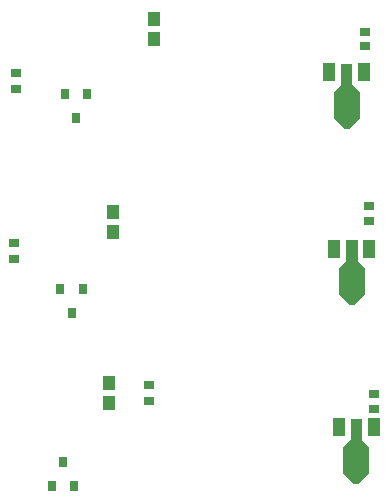
<source format=gbr>
G04*
G04 #@! TF.GenerationSoftware,Altium Limited,Altium Designer,22.4.2 (48)*
G04*
G04 Layer_Color=128*
%FSLAX25Y25*%
%MOIN*%
G70*
G04*
G04 #@! TF.SameCoordinates,96A84167-8CB8-41EC-8849-8989CCC38216*
G04*
G04*
G04 #@! TF.FilePolarity,Positive*
G04*
G01*
G75*
%ADD22R,0.03197X0.02975*%
%ADD23R,0.03150X0.03543*%
%ADD24R,0.03985X0.04550*%
%ADD25R,0.03937X0.05906*%
%ADD26C,0.07795*%
%ADD27R,0.03394X0.02985*%
G36*
X642869Y124337D02*
X645231Y121975D01*
Y113314D01*
X641687Y109771D01*
X640113D01*
X636569Y113314D01*
Y121975D01*
X638932Y124337D01*
Y131424D01*
X642869D01*
Y124337D01*
D02*
G37*
G36*
X641268Y183864D02*
X643631Y181502D01*
Y172841D01*
X640087Y169297D01*
X638513D01*
X634969Y172841D01*
Y181502D01*
X637331Y183864D01*
Y190951D01*
X641268D01*
Y183864D01*
D02*
G37*
G36*
X639569Y242664D02*
X641931Y240302D01*
Y231641D01*
X638387Y228097D01*
X636813D01*
X633269Y231641D01*
Y240302D01*
X635632Y242664D01*
Y249751D01*
X639569D01*
Y242664D01*
D02*
G37*
D22*
X526772Y184743D02*
D03*
Y190060D02*
D03*
X527264Y246457D02*
D03*
Y241140D02*
D03*
X571850Y137400D02*
D03*
Y142718D02*
D03*
D23*
X543701Y239469D02*
D03*
X551181D02*
D03*
X547441Y231594D02*
D03*
X546791Y109045D02*
D03*
X539311D02*
D03*
X543051Y116919D02*
D03*
X542224Y174606D02*
D03*
X549705D02*
D03*
X545965Y166732D02*
D03*
D24*
X558303Y143363D02*
D03*
Y136471D02*
D03*
X573327Y264765D02*
D03*
Y257873D02*
D03*
X559600Y200377D02*
D03*
Y193485D02*
D03*
D25*
X646805Y128471D02*
D03*
X634995D02*
D03*
X633394Y187998D02*
D03*
X645205D02*
D03*
X643505Y246798D02*
D03*
X631695D02*
D03*
D26*
X640900Y119573D02*
D03*
X639300Y179100D02*
D03*
X637600Y237900D02*
D03*
D27*
X643900Y260400D02*
D03*
Y255463D02*
D03*
X645100Y202168D02*
D03*
Y197231D02*
D03*
X646800Y139700D02*
D03*
Y134763D02*
D03*
M02*

</source>
